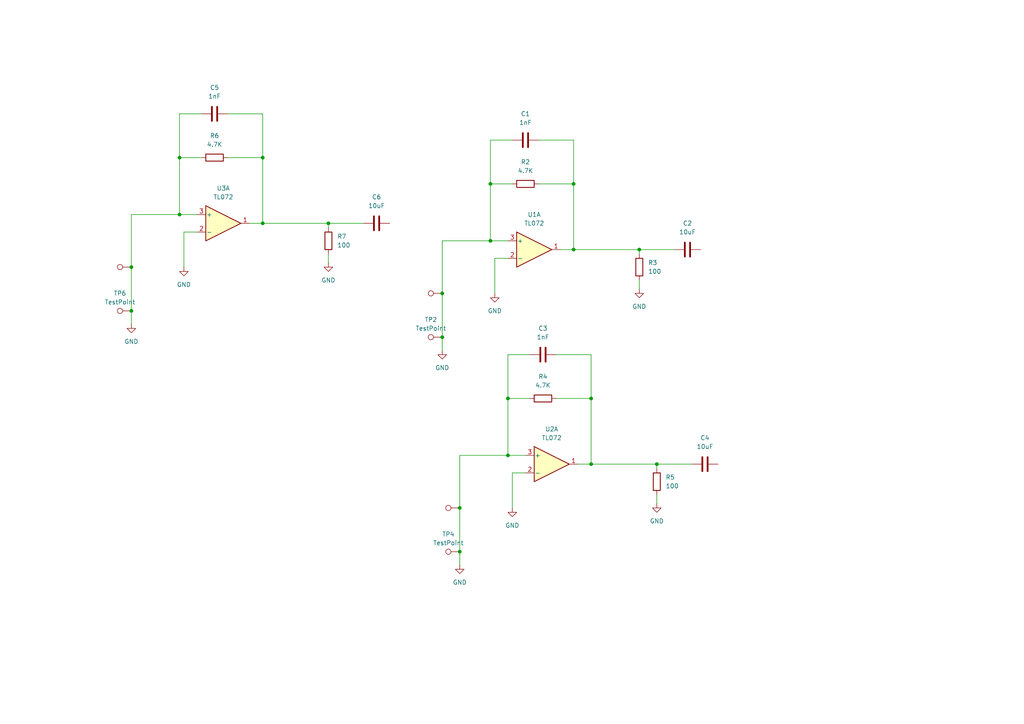
<source format=kicad_sch>
(kicad_sch
	(version 20250114)
	(generator "eeschema")
	(generator_version "9.0")
	(uuid "f412f52f-8b26-42c9-ae2d-faf383be7caf")
	(paper "A4")
	(lib_symbols
		(symbol "Amplifier_Operational:TL072"
			(pin_names
				(offset 0.127)
			)
			(exclude_from_sim no)
			(in_bom yes)
			(on_board yes)
			(property "Reference" "U"
				(at 0 5.08 0)
				(effects
					(font
						(size 1.27 1.27)
					)
					(justify left)
				)
			)
			(property "Value" "TL072"
				(at 0 -5.08 0)
				(effects
					(font
						(size 1.27 1.27)
					)
					(justify left)
				)
			)
			(property "Footprint" ""
				(at 0 0 0)
				(effects
					(font
						(size 1.27 1.27)
					)
					(hide yes)
				)
			)
			(property "Datasheet" "http://www.ti.com/lit/ds/symlink/tl071.pdf"
				(at 0 0 0)
				(effects
					(font
						(size 1.27 1.27)
					)
					(hide yes)
				)
			)
			(property "Description" "Dual Low-Noise JFET-Input Operational Amplifiers, DIP-8/SOIC-8"
				(at 0 0 0)
				(effects
					(font
						(size 1.27 1.27)
					)
					(hide yes)
				)
			)
			(property "ki_locked" ""
				(at 0 0 0)
				(effects
					(font
						(size 1.27 1.27)
					)
				)
			)
			(property "ki_keywords" "dual opamp"
				(at 0 0 0)
				(effects
					(font
						(size 1.27 1.27)
					)
					(hide yes)
				)
			)
			(property "ki_fp_filters" "SOIC*3.9x4.9mm*P1.27mm* DIP*W7.62mm* TO*99* OnSemi*Micro8* TSSOP*3x3mm*P0.65mm* TSSOP*4.4x3mm*P0.65mm* MSOP*3x3mm*P0.65mm* SSOP*3.9x4.9mm*P0.635mm* LFCSP*2x2mm*P0.5mm* *SIP* SOIC*5.3x6.2mm*P1.27mm*"
				(at 0 0 0)
				(effects
					(font
						(size 1.27 1.27)
					)
					(hide yes)
				)
			)
			(symbol "TL072_1_1"
				(polyline
					(pts
						(xy -5.08 5.08) (xy 5.08 0) (xy -5.08 -5.08) (xy -5.08 5.08)
					)
					(stroke
						(width 0.254)
						(type default)
					)
					(fill
						(type background)
					)
				)
				(pin input line
					(at -7.62 2.54 0)
					(length 2.54)
					(name "+"
						(effects
							(font
								(size 1.27 1.27)
							)
						)
					)
					(number "3"
						(effects
							(font
								(size 1.27 1.27)
							)
						)
					)
				)
				(pin input line
					(at -7.62 -2.54 0)
					(length 2.54)
					(name "-"
						(effects
							(font
								(size 1.27 1.27)
							)
						)
					)
					(number "2"
						(effects
							(font
								(size 1.27 1.27)
							)
						)
					)
				)
				(pin output line
					(at 7.62 0 180)
					(length 2.54)
					(name "~"
						(effects
							(font
								(size 1.27 1.27)
							)
						)
					)
					(number "1"
						(effects
							(font
								(size 1.27 1.27)
							)
						)
					)
				)
			)
			(symbol "TL072_2_1"
				(polyline
					(pts
						(xy -5.08 5.08) (xy 5.08 0) (xy -5.08 -5.08) (xy -5.08 5.08)
					)
					(stroke
						(width 0.254)
						(type default)
					)
					(fill
						(type background)
					)
				)
				(pin input line
					(at -7.62 2.54 0)
					(length 2.54)
					(name "+"
						(effects
							(font
								(size 1.27 1.27)
							)
						)
					)
					(number "5"
						(effects
							(font
								(size 1.27 1.27)
							)
						)
					)
				)
				(pin input line
					(at -7.62 -2.54 0)
					(length 2.54)
					(name "-"
						(effects
							(font
								(size 1.27 1.27)
							)
						)
					)
					(number "6"
						(effects
							(font
								(size 1.27 1.27)
							)
						)
					)
				)
				(pin output line
					(at 7.62 0 180)
					(length 2.54)
					(name "~"
						(effects
							(font
								(size 1.27 1.27)
							)
						)
					)
					(number "7"
						(effects
							(font
								(size 1.27 1.27)
							)
						)
					)
				)
			)
			(symbol "TL072_3_1"
				(pin power_in line
					(at -2.54 7.62 270)
					(length 3.81)
					(name "V+"
						(effects
							(font
								(size 1.27 1.27)
							)
						)
					)
					(number "8"
						(effects
							(font
								(size 1.27 1.27)
							)
						)
					)
				)
				(pin power_in line
					(at -2.54 -7.62 90)
					(length 3.81)
					(name "V-"
						(effects
							(font
								(size 1.27 1.27)
							)
						)
					)
					(number "4"
						(effects
							(font
								(size 1.27 1.27)
							)
						)
					)
				)
			)
			(embedded_fonts no)
		)
		(symbol "Connector:TestPoint"
			(pin_numbers
				(hide yes)
			)
			(pin_names
				(offset 0.762)
				(hide yes)
			)
			(exclude_from_sim no)
			(in_bom yes)
			(on_board yes)
			(property "Reference" "TP"
				(at 0 6.858 0)
				(effects
					(font
						(size 1.27 1.27)
					)
				)
			)
			(property "Value" "TestPoint"
				(at 0 5.08 0)
				(effects
					(font
						(size 1.27 1.27)
					)
				)
			)
			(property "Footprint" ""
				(at 5.08 0 0)
				(effects
					(font
						(size 1.27 1.27)
					)
					(hide yes)
				)
			)
			(property "Datasheet" "~"
				(at 5.08 0 0)
				(effects
					(font
						(size 1.27 1.27)
					)
					(hide yes)
				)
			)
			(property "Description" "test point"
				(at 0 0 0)
				(effects
					(font
						(size 1.27 1.27)
					)
					(hide yes)
				)
			)
			(property "ki_keywords" "test point tp"
				(at 0 0 0)
				(effects
					(font
						(size 1.27 1.27)
					)
					(hide yes)
				)
			)
			(property "ki_fp_filters" "Pin* Test*"
				(at 0 0 0)
				(effects
					(font
						(size 1.27 1.27)
					)
					(hide yes)
				)
			)
			(symbol "TestPoint_0_1"
				(circle
					(center 0 3.302)
					(radius 0.762)
					(stroke
						(width 0)
						(type default)
					)
					(fill
						(type none)
					)
				)
			)
			(symbol "TestPoint_1_1"
				(pin passive line
					(at 0 0 90)
					(length 2.54)
					(name "1"
						(effects
							(font
								(size 1.27 1.27)
							)
						)
					)
					(number "1"
						(effects
							(font
								(size 1.27 1.27)
							)
						)
					)
				)
			)
			(embedded_fonts no)
		)
		(symbol "Device:C"
			(pin_numbers
				(hide yes)
			)
			(pin_names
				(offset 0.254)
			)
			(exclude_from_sim no)
			(in_bom yes)
			(on_board yes)
			(property "Reference" "C"
				(at 0.635 2.54 0)
				(effects
					(font
						(size 1.27 1.27)
					)
					(justify left)
				)
			)
			(property "Value" "C"
				(at 0.635 -2.54 0)
				(effects
					(font
						(size 1.27 1.27)
					)
					(justify left)
				)
			)
			(property "Footprint" ""
				(at 0.9652 -3.81 0)
				(effects
					(font
						(size 1.27 1.27)
					)
					(hide yes)
				)
			)
			(property "Datasheet" "~"
				(at 0 0 0)
				(effects
					(font
						(size 1.27 1.27)
					)
					(hide yes)
				)
			)
			(property "Description" "Unpolarized capacitor"
				(at 0 0 0)
				(effects
					(font
						(size 1.27 1.27)
					)
					(hide yes)
				)
			)
			(property "ki_keywords" "cap capacitor"
				(at 0 0 0)
				(effects
					(font
						(size 1.27 1.27)
					)
					(hide yes)
				)
			)
			(property "ki_fp_filters" "C_*"
				(at 0 0 0)
				(effects
					(font
						(size 1.27 1.27)
					)
					(hide yes)
				)
			)
			(symbol "C_0_1"
				(polyline
					(pts
						(xy -2.032 0.762) (xy 2.032 0.762)
					)
					(stroke
						(width 0.508)
						(type default)
					)
					(fill
						(type none)
					)
				)
				(polyline
					(pts
						(xy -2.032 -0.762) (xy 2.032 -0.762)
					)
					(stroke
						(width 0.508)
						(type default)
					)
					(fill
						(type none)
					)
				)
			)
			(symbol "C_1_1"
				(pin passive line
					(at 0 3.81 270)
					(length 2.794)
					(name "~"
						(effects
							(font
								(size 1.27 1.27)
							)
						)
					)
					(number "1"
						(effects
							(font
								(size 1.27 1.27)
							)
						)
					)
				)
				(pin passive line
					(at 0 -3.81 90)
					(length 2.794)
					(name "~"
						(effects
							(font
								(size 1.27 1.27)
							)
						)
					)
					(number "2"
						(effects
							(font
								(size 1.27 1.27)
							)
						)
					)
				)
			)
			(embedded_fonts no)
		)
		(symbol "Device:R"
			(pin_numbers
				(hide yes)
			)
			(pin_names
				(offset 0)
			)
			(exclude_from_sim no)
			(in_bom yes)
			(on_board yes)
			(property "Reference" "R"
				(at 2.032 0 90)
				(effects
					(font
						(size 1.27 1.27)
					)
				)
			)
			(property "Value" "R"
				(at 0 0 90)
				(effects
					(font
						(size 1.27 1.27)
					)
				)
			)
			(property "Footprint" ""
				(at -1.778 0 90)
				(effects
					(font
						(size 1.27 1.27)
					)
					(hide yes)
				)
			)
			(property "Datasheet" "~"
				(at 0 0 0)
				(effects
					(font
						(size 1.27 1.27)
					)
					(hide yes)
				)
			)
			(property "Description" "Resistor"
				(at 0 0 0)
				(effects
					(font
						(size 1.27 1.27)
					)
					(hide yes)
				)
			)
			(property "ki_keywords" "R res resistor"
				(at 0 0 0)
				(effects
					(font
						(size 1.27 1.27)
					)
					(hide yes)
				)
			)
			(property "ki_fp_filters" "R_*"
				(at 0 0 0)
				(effects
					(font
						(size 1.27 1.27)
					)
					(hide yes)
				)
			)
			(symbol "R_0_1"
				(rectangle
					(start -1.016 -2.54)
					(end 1.016 2.54)
					(stroke
						(width 0.254)
						(type default)
					)
					(fill
						(type none)
					)
				)
			)
			(symbol "R_1_1"
				(pin passive line
					(at 0 3.81 270)
					(length 1.27)
					(name "~"
						(effects
							(font
								(size 1.27 1.27)
							)
						)
					)
					(number "1"
						(effects
							(font
								(size 1.27 1.27)
							)
						)
					)
				)
				(pin passive line
					(at 0 -3.81 90)
					(length 1.27)
					(name "~"
						(effects
							(font
								(size 1.27 1.27)
							)
						)
					)
					(number "2"
						(effects
							(font
								(size 1.27 1.27)
							)
						)
					)
				)
			)
			(embedded_fonts no)
		)
		(symbol "power:GND"
			(power)
			(pin_numbers
				(hide yes)
			)
			(pin_names
				(offset 0)
				(hide yes)
			)
			(exclude_from_sim no)
			(in_bom yes)
			(on_board yes)
			(property "Reference" "#PWR"
				(at 0 -6.35 0)
				(effects
					(font
						(size 1.27 1.27)
					)
					(hide yes)
				)
			)
			(property "Value" "GND"
				(at 0 -3.81 0)
				(effects
					(font
						(size 1.27 1.27)
					)
				)
			)
			(property "Footprint" ""
				(at 0 0 0)
				(effects
					(font
						(size 1.27 1.27)
					)
					(hide yes)
				)
			)
			(property "Datasheet" ""
				(at 0 0 0)
				(effects
					(font
						(size 1.27 1.27)
					)
					(hide yes)
				)
			)
			(property "Description" "Power symbol creates a global label with name \"GND\" , ground"
				(at 0 0 0)
				(effects
					(font
						(size 1.27 1.27)
					)
					(hide yes)
				)
			)
			(property "ki_keywords" "global power"
				(at 0 0 0)
				(effects
					(font
						(size 1.27 1.27)
					)
					(hide yes)
				)
			)
			(symbol "GND_0_1"
				(polyline
					(pts
						(xy 0 0) (xy 0 -1.27) (xy 1.27 -1.27) (xy 0 -2.54) (xy -1.27 -1.27) (xy 0 -1.27)
					)
					(stroke
						(width 0)
						(type default)
					)
					(fill
						(type none)
					)
				)
			)
			(symbol "GND_1_1"
				(pin power_in line
					(at 0 0 270)
					(length 0)
					(name "~"
						(effects
							(font
								(size 1.27 1.27)
							)
						)
					)
					(number "1"
						(effects
							(font
								(size 1.27 1.27)
							)
						)
					)
				)
			)
			(embedded_fonts no)
		)
	)
	(junction
		(at 95.25 64.77)
		(diameter 0)
		(color 0 0 0 0)
		(uuid "0ce9e0d4-bbcb-414f-9a4e-cdde9037f512")
	)
	(junction
		(at 133.35 160.02)
		(diameter 0)
		(color 0 0 0 0)
		(uuid "29b011f7-2fe2-446b-8ba3-7b6a43a7c11d")
	)
	(junction
		(at 76.2 64.77)
		(diameter 0)
		(color 0 0 0 0)
		(uuid "29dafc02-dd0c-4fb3-ae1c-63aab0fe6b48")
	)
	(junction
		(at 38.1 77.47)
		(diameter 0)
		(color 0 0 0 0)
		(uuid "39182ec4-06fc-42e1-b768-835d0b4a469e")
	)
	(junction
		(at 171.45 134.62)
		(diameter 0)
		(color 0 0 0 0)
		(uuid "4d6baea6-ae0e-45e5-a923-f16540f90c96")
	)
	(junction
		(at 147.32 132.08)
		(diameter 0)
		(color 0 0 0 0)
		(uuid "50a97645-c43a-44be-bd3e-52e7a5e70f44")
	)
	(junction
		(at 166.37 53.34)
		(diameter 0)
		(color 0 0 0 0)
		(uuid "57989830-92e5-403f-9ee9-18633bd28534")
	)
	(junction
		(at 133.35 147.32)
		(diameter 0)
		(color 0 0 0 0)
		(uuid "59ad3b6e-d5b3-4bb8-98e6-d0ff55e5938c")
	)
	(junction
		(at 171.45 115.57)
		(diameter 0)
		(color 0 0 0 0)
		(uuid "63809023-01b8-4ea7-a722-2f2491b91390")
	)
	(junction
		(at 52.07 45.72)
		(diameter 0)
		(color 0 0 0 0)
		(uuid "6e2ec161-3e98-4c69-9e65-9ad37274d5a6")
	)
	(junction
		(at 128.27 97.79)
		(diameter 0)
		(color 0 0 0 0)
		(uuid "83ed30b4-6587-481f-ba3c-b9e3a49a4c1a")
	)
	(junction
		(at 190.5 134.62)
		(diameter 0)
		(color 0 0 0 0)
		(uuid "8e39755e-4c73-4f8d-96e9-2a3fd2b5f8e3")
	)
	(junction
		(at 128.27 85.09)
		(diameter 0)
		(color 0 0 0 0)
		(uuid "93a01e8a-ae63-4183-b7e6-b56d924058b5")
	)
	(junction
		(at 166.37 72.39)
		(diameter 0)
		(color 0 0 0 0)
		(uuid "99c67dce-50cc-487b-aab9-e8e0ea9f52b2")
	)
	(junction
		(at 142.24 69.85)
		(diameter 0)
		(color 0 0 0 0)
		(uuid "ade17c7a-bdba-471f-838a-825b1865fe51")
	)
	(junction
		(at 52.07 62.23)
		(diameter 0)
		(color 0 0 0 0)
		(uuid "b42fae97-0517-40ad-8fbc-9aad29f84368")
	)
	(junction
		(at 38.1 90.17)
		(diameter 0)
		(color 0 0 0 0)
		(uuid "c18799db-126b-4f81-965b-58509419c680")
	)
	(junction
		(at 147.32 115.57)
		(diameter 0)
		(color 0 0 0 0)
		(uuid "cc8a6ffe-bd34-487b-8067-1db99862a4f6")
	)
	(junction
		(at 142.24 53.34)
		(diameter 0)
		(color 0 0 0 0)
		(uuid "cd8a3782-44a1-43b6-a34f-9d11b94c1240")
	)
	(junction
		(at 185.42 72.39)
		(diameter 0)
		(color 0 0 0 0)
		(uuid "cf621852-d245-47c9-9f9c-73f998eca17f")
	)
	(junction
		(at 76.2 45.72)
		(diameter 0)
		(color 0 0 0 0)
		(uuid "f842a124-39eb-43db-a986-4a52397c02f5")
	)
	(wire
		(pts
			(xy 161.29 115.57) (xy 171.45 115.57)
		)
		(stroke
			(width 0)
			(type default)
		)
		(uuid "01897564-a340-442b-8754-fc6259edfc90")
	)
	(wire
		(pts
			(xy 148.59 40.64) (xy 142.24 40.64)
		)
		(stroke
			(width 0)
			(type default)
		)
		(uuid "03085c34-8bf0-4378-a48b-5b542b6dc2a7")
	)
	(wire
		(pts
			(xy 147.32 132.08) (xy 147.32 115.57)
		)
		(stroke
			(width 0)
			(type default)
		)
		(uuid "0912fd04-5fe4-4123-9842-7ddac2a73b21")
	)
	(wire
		(pts
			(xy 161.29 102.87) (xy 171.45 102.87)
		)
		(stroke
			(width 0)
			(type default)
		)
		(uuid "17f7454f-f673-45bf-89ba-0dfe06db43e6")
	)
	(wire
		(pts
			(xy 166.37 72.39) (xy 185.42 72.39)
		)
		(stroke
			(width 0)
			(type default)
		)
		(uuid "18724e89-a386-4798-af9a-3515ad694d93")
	)
	(wire
		(pts
			(xy 76.2 64.77) (xy 72.39 64.77)
		)
		(stroke
			(width 0)
			(type default)
		)
		(uuid "1c380963-2bd7-44de-a2d8-3ad5be01c176")
	)
	(wire
		(pts
			(xy 171.45 134.62) (xy 190.5 134.62)
		)
		(stroke
			(width 0)
			(type default)
		)
		(uuid "23555c0a-b2e9-4945-a793-9ab6746b79e8")
	)
	(wire
		(pts
			(xy 95.25 64.77) (xy 105.41 64.77)
		)
		(stroke
			(width 0)
			(type default)
		)
		(uuid "26bb10cd-c2f9-46a4-b4f6-0c2e42a77ce1")
	)
	(wire
		(pts
			(xy 76.2 45.72) (xy 76.2 64.77)
		)
		(stroke
			(width 0)
			(type default)
		)
		(uuid "27d86e27-c739-427b-b2a0-d646551313e1")
	)
	(wire
		(pts
			(xy 38.1 62.23) (xy 52.07 62.23)
		)
		(stroke
			(width 0)
			(type default)
		)
		(uuid "288b8b98-078b-4679-b0a1-54f5bce41c04")
	)
	(wire
		(pts
			(xy 147.32 115.57) (xy 153.67 115.57)
		)
		(stroke
			(width 0)
			(type default)
		)
		(uuid "2b60d6fc-6fc2-4c4b-8760-cdcc3e1f4036")
	)
	(wire
		(pts
			(xy 185.42 81.28) (xy 185.42 83.82)
		)
		(stroke
			(width 0)
			(type default)
		)
		(uuid "375dfa58-1caf-498d-9e3b-cea2c7020e42")
	)
	(wire
		(pts
			(xy 142.24 53.34) (xy 148.59 53.34)
		)
		(stroke
			(width 0)
			(type default)
		)
		(uuid "3aae68eb-bf1f-4f02-b7c4-f3eefd4d9426")
	)
	(wire
		(pts
			(xy 171.45 134.62) (xy 167.64 134.62)
		)
		(stroke
			(width 0)
			(type default)
		)
		(uuid "3bb4d42a-ce74-4afc-9548-5f190d637cf9")
	)
	(wire
		(pts
			(xy 57.15 67.31) (xy 53.34 67.31)
		)
		(stroke
			(width 0)
			(type default)
		)
		(uuid "42792345-b553-4300-ad46-6f5eb8643502")
	)
	(wire
		(pts
			(xy 52.07 33.02) (xy 52.07 45.72)
		)
		(stroke
			(width 0)
			(type default)
		)
		(uuid "446ab39a-a7af-4d91-b34f-ae48130496bc")
	)
	(wire
		(pts
			(xy 171.45 115.57) (xy 171.45 102.87)
		)
		(stroke
			(width 0)
			(type default)
		)
		(uuid "455d62f6-e1b5-40cf-bed6-f76d1d4e8ceb")
	)
	(wire
		(pts
			(xy 142.24 40.64) (xy 142.24 53.34)
		)
		(stroke
			(width 0)
			(type default)
		)
		(uuid "47630851-33f9-469c-b34c-a8166f9c21d0")
	)
	(wire
		(pts
			(xy 95.25 73.66) (xy 95.25 76.2)
		)
		(stroke
			(width 0)
			(type default)
		)
		(uuid "4b3a39bd-78cd-4c85-94f8-72e5db1b0988")
	)
	(wire
		(pts
			(xy 166.37 53.34) (xy 166.37 72.39)
		)
		(stroke
			(width 0)
			(type default)
		)
		(uuid "4c987e72-f4f6-496f-85e4-653de7a02467")
	)
	(wire
		(pts
			(xy 95.25 64.77) (xy 95.25 66.04)
		)
		(stroke
			(width 0)
			(type default)
		)
		(uuid "5a1330ca-e731-4873-8df0-776aca655d3b")
	)
	(wire
		(pts
			(xy 142.24 69.85) (xy 147.32 69.85)
		)
		(stroke
			(width 0)
			(type default)
		)
		(uuid "5af44e4f-1902-46cc-b073-99d8b7d038ae")
	)
	(wire
		(pts
			(xy 133.35 147.32) (xy 133.35 160.02)
		)
		(stroke
			(width 0)
			(type default)
		)
		(uuid "5e449348-e784-4481-8ebf-871b730a0fc5")
	)
	(wire
		(pts
			(xy 128.27 85.09) (xy 128.27 97.79)
		)
		(stroke
			(width 0)
			(type default)
		)
		(uuid "60f959cc-239f-424d-9cff-5ab117d8f445")
	)
	(wire
		(pts
			(xy 147.32 132.08) (xy 152.4 132.08)
		)
		(stroke
			(width 0)
			(type default)
		)
		(uuid "680c4d58-5db2-4ffd-a8ad-812dd19bc2d7")
	)
	(wire
		(pts
			(xy 156.21 40.64) (xy 166.37 40.64)
		)
		(stroke
			(width 0)
			(type default)
		)
		(uuid "68b625f1-f482-4ecf-b7c4-6e04582eca28")
	)
	(wire
		(pts
			(xy 52.07 62.23) (xy 52.07 45.72)
		)
		(stroke
			(width 0)
			(type default)
		)
		(uuid "6f96e128-848e-460d-9a40-e3c54bbb4ab7")
	)
	(wire
		(pts
			(xy 185.42 72.39) (xy 195.58 72.39)
		)
		(stroke
			(width 0)
			(type default)
		)
		(uuid "6fcc3244-fca1-4cb6-9c47-15c5ab1c6c94")
	)
	(wire
		(pts
			(xy 171.45 115.57) (xy 171.45 134.62)
		)
		(stroke
			(width 0)
			(type default)
		)
		(uuid "7251ae0d-72f1-4570-9948-cdbff5bce0f4")
	)
	(wire
		(pts
			(xy 52.07 45.72) (xy 58.42 45.72)
		)
		(stroke
			(width 0)
			(type default)
		)
		(uuid "7803b00e-7c71-47d0-961a-52f659aca29a")
	)
	(wire
		(pts
			(xy 53.34 67.31) (xy 53.34 77.47)
		)
		(stroke
			(width 0)
			(type default)
		)
		(uuid "79fb755c-bdbc-4376-8c3a-33a9f120d4db")
	)
	(wire
		(pts
			(xy 142.24 69.85) (xy 142.24 53.34)
		)
		(stroke
			(width 0)
			(type default)
		)
		(uuid "7f7c2cf9-774c-4b59-b204-62e769d1ef7c")
	)
	(wire
		(pts
			(xy 133.35 132.08) (xy 133.35 147.32)
		)
		(stroke
			(width 0)
			(type default)
		)
		(uuid "83edf148-947c-4b6b-a2ce-0935ca1d36e1")
	)
	(wire
		(pts
			(xy 166.37 72.39) (xy 162.56 72.39)
		)
		(stroke
			(width 0)
			(type default)
		)
		(uuid "859690fe-3a38-4d85-a7d7-56ce6b26773c")
	)
	(wire
		(pts
			(xy 190.5 134.62) (xy 190.5 135.89)
		)
		(stroke
			(width 0)
			(type default)
		)
		(uuid "86675aab-90ac-44d3-80f2-210a512ba34a")
	)
	(wire
		(pts
			(xy 128.27 97.79) (xy 128.27 101.6)
		)
		(stroke
			(width 0)
			(type default)
		)
		(uuid "87bbe539-c01f-4c7a-8ea0-a73607e33f8e")
	)
	(wire
		(pts
			(xy 58.42 33.02) (xy 52.07 33.02)
		)
		(stroke
			(width 0)
			(type default)
		)
		(uuid "8c3d06c5-80e0-498e-95c9-f09c5e4081fa")
	)
	(wire
		(pts
			(xy 190.5 134.62) (xy 200.66 134.62)
		)
		(stroke
			(width 0)
			(type default)
		)
		(uuid "968849db-7231-416f-91ac-77d45ab2743c")
	)
	(wire
		(pts
			(xy 185.42 72.39) (xy 185.42 73.66)
		)
		(stroke
			(width 0)
			(type default)
		)
		(uuid "9cf13330-bbcf-46f0-83d4-b81b02c074fd")
	)
	(wire
		(pts
			(xy 38.1 62.23) (xy 38.1 77.47)
		)
		(stroke
			(width 0)
			(type default)
		)
		(uuid "9dce8b6b-ad7d-4c23-b410-af7d9e48e77b")
	)
	(wire
		(pts
			(xy 148.59 137.16) (xy 148.59 147.32)
		)
		(stroke
			(width 0)
			(type default)
		)
		(uuid "ab3568df-b61f-4f65-8c00-4fce5ec41cba")
	)
	(wire
		(pts
			(xy 147.32 102.87) (xy 147.32 115.57)
		)
		(stroke
			(width 0)
			(type default)
		)
		(uuid "ab8b6b7f-a40f-4de1-b10c-de63626ab6f6")
	)
	(wire
		(pts
			(xy 190.5 143.51) (xy 190.5 146.05)
		)
		(stroke
			(width 0)
			(type default)
		)
		(uuid "b28bf288-711e-4433-ab2b-85f64ba337ee")
	)
	(wire
		(pts
			(xy 66.04 33.02) (xy 76.2 33.02)
		)
		(stroke
			(width 0)
			(type default)
		)
		(uuid "b6188d73-dbac-4865-a9d9-05fd86c77940")
	)
	(wire
		(pts
			(xy 147.32 74.93) (xy 143.51 74.93)
		)
		(stroke
			(width 0)
			(type default)
		)
		(uuid "b67bd89b-bc98-4fd2-963b-c1d0113e1889")
	)
	(wire
		(pts
			(xy 166.37 53.34) (xy 166.37 40.64)
		)
		(stroke
			(width 0)
			(type default)
		)
		(uuid "c5428d9e-5822-46c9-8b40-9b206c0381bb")
	)
	(wire
		(pts
			(xy 156.21 53.34) (xy 166.37 53.34)
		)
		(stroke
			(width 0)
			(type default)
		)
		(uuid "c71fc318-cf0e-43e0-a752-33e3da7a535c")
	)
	(wire
		(pts
			(xy 38.1 77.47) (xy 38.1 90.17)
		)
		(stroke
			(width 0)
			(type default)
		)
		(uuid "cd9f414c-563e-4a62-aabd-18459c88a2aa")
	)
	(wire
		(pts
			(xy 152.4 137.16) (xy 148.59 137.16)
		)
		(stroke
			(width 0)
			(type default)
		)
		(uuid "ce4339c8-fbf6-418c-aff9-f4e276bae321")
	)
	(wire
		(pts
			(xy 153.67 102.87) (xy 147.32 102.87)
		)
		(stroke
			(width 0)
			(type default)
		)
		(uuid "d34886f7-24dd-4b82-aecf-6d71601dec1d")
	)
	(wire
		(pts
			(xy 128.27 69.85) (xy 142.24 69.85)
		)
		(stroke
			(width 0)
			(type default)
		)
		(uuid "d7262ce6-50fa-4421-9494-27afda494d56")
	)
	(wire
		(pts
			(xy 133.35 160.02) (xy 133.35 163.83)
		)
		(stroke
			(width 0)
			(type default)
		)
		(uuid "dba88d1a-9105-4f50-adb3-a6861af2f2f8")
	)
	(wire
		(pts
			(xy 143.51 74.93) (xy 143.51 85.09)
		)
		(stroke
			(width 0)
			(type default)
		)
		(uuid "de91b158-f430-4894-a54f-e81c5fcf90c8")
	)
	(wire
		(pts
			(xy 76.2 64.77) (xy 95.25 64.77)
		)
		(stroke
			(width 0)
			(type default)
		)
		(uuid "ed47731e-1944-4669-af10-f4fdde35e7d5")
	)
	(wire
		(pts
			(xy 66.04 45.72) (xy 76.2 45.72)
		)
		(stroke
			(width 0)
			(type default)
		)
		(uuid "f085dd66-6c96-4257-9489-66947e92d4b3")
	)
	(wire
		(pts
			(xy 76.2 45.72) (xy 76.2 33.02)
		)
		(stroke
			(width 0)
			(type default)
		)
		(uuid "f523f36b-fdf6-4387-a905-77401be2706a")
	)
	(wire
		(pts
			(xy 38.1 90.17) (xy 38.1 93.98)
		)
		(stroke
			(width 0)
			(type default)
		)
		(uuid "f6f13829-7004-4ebe-837e-a8f00a028e3d")
	)
	(wire
		(pts
			(xy 52.07 62.23) (xy 57.15 62.23)
		)
		(stroke
			(width 0)
			(type default)
		)
		(uuid "f9ae17aa-e18f-4395-afcb-d7ad4729f3f9")
	)
	(wire
		(pts
			(xy 128.27 69.85) (xy 128.27 85.09)
		)
		(stroke
			(width 0)
			(type default)
		)
		(uuid "faa868dd-b33d-4abe-be93-87c67a8da82b")
	)
	(wire
		(pts
			(xy 133.35 132.08) (xy 147.32 132.08)
		)
		(stroke
			(width 0)
			(type default)
		)
		(uuid "fe8be445-1af5-4c85-bebb-651717d8fa0f")
	)
	(symbol
		(lib_id "Connector:TestPoint")
		(at 38.1 90.17 90)
		(unit 1)
		(exclude_from_sim no)
		(in_bom yes)
		(on_board yes)
		(dnp no)
		(fields_autoplaced yes)
		(uuid "0512eb27-78d5-4f30-b5ee-fb4498aee7e7")
		(property "Reference" "TP6"
			(at 34.798 85.09 90)
			(effects
				(font
					(size 1.27 1.27)
				)
			)
		)
		(property "Value" "TestPoint"
			(at 34.798 87.63 90)
			(effects
				(font
					(size 1.27 1.27)
				)
			)
		)
		(property "Footprint" ""
			(at 38.1 85.09 0)
			(effects
				(font
					(size 1.27 1.27)
				)
				(hide yes)
			)
		)
		(property "Datasheet" "~"
			(at 38.1 85.09 0)
			(effects
				(font
					(size 1.27 1.27)
				)
				(hide yes)
			)
		)
		(property "Description" "test point"
			(at 38.1 90.17 0)
			(effects
				(font
					(size 1.27 1.27)
				)
				(hide yes)
			)
		)
		(pin "1"
			(uuid "e395a780-f143-472e-9a4d-26d8b136f282")
		)
		(instances
			(project "Magnetometer_Amplifier"
				(path "/f412f52f-8b26-42c9-ae2d-faf383be7caf"
					(reference "TP6")
					(unit 1)
				)
			)
		)
	)
	(symbol
		(lib_id "Connector:TestPoint")
		(at 38.1 77.47 90)
		(unit 1)
		(exclude_from_sim no)
		(in_bom yes)
		(on_board yes)
		(dnp no)
		(fields_autoplaced yes)
		(uuid "089c3163-79b1-4a72-9604-7ecf9fef5088")
		(property "Reference" "TP5"
			(at 34.798 72.39 90)
			(effects
				(font
					(size 1.27 1.27)
				)
				(hide yes)
			)
		)
		(property "Value" "TestPoint"
			(at 34.798 74.93 90)
			(effects
				(font
					(size 1.27 1.27)
				)
				(hide yes)
			)
		)
		(property "Footprint" ""
			(at 38.1 72.39 0)
			(effects
				(font
					(size 1.27 1.27)
				)
				(hide yes)
			)
		)
		(property "Datasheet" "~"
			(at 38.1 72.39 0)
			(effects
				(font
					(size 1.27 1.27)
				)
				(hide yes)
			)
		)
		(property "Description" "test point"
			(at 38.1 77.47 0)
			(effects
				(font
					(size 1.27 1.27)
				)
				(hide yes)
			)
		)
		(pin "1"
			(uuid "a514be00-f957-457a-bb0a-8f552a76ac57")
		)
		(instances
			(project "Magnetometer_Amplifier"
				(path "/f412f52f-8b26-42c9-ae2d-faf383be7caf"
					(reference "TP5")
					(unit 1)
				)
			)
		)
	)
	(symbol
		(lib_id "Device:C")
		(at 204.47 134.62 270)
		(unit 1)
		(exclude_from_sim no)
		(in_bom yes)
		(on_board yes)
		(dnp no)
		(fields_autoplaced yes)
		(uuid "09f81652-795c-483c-a7e5-9803de09968d")
		(property "Reference" "C4"
			(at 204.47 127 90)
			(effects
				(font
					(size 1.27 1.27)
				)
			)
		)
		(property "Value" "10uF"
			(at 204.47 129.54 90)
			(effects
				(font
					(size 1.27 1.27)
				)
			)
		)
		(property "Footprint" ""
			(at 200.66 135.5852 0)
			(effects
				(font
					(size 1.27 1.27)
				)
				(hide yes)
			)
		)
		(property "Datasheet" "~"
			(at 204.47 134.62 0)
			(effects
				(font
					(size 1.27 1.27)
				)
				(hide yes)
			)
		)
		(property "Description" "Unpolarized capacitor"
			(at 204.47 134.62 0)
			(effects
				(font
					(size 1.27 1.27)
				)
				(hide yes)
			)
		)
		(pin "2"
			(uuid "5c906b98-acf9-48c2-9f32-a4d0d5434dde")
		)
		(pin "1"
			(uuid "e7421276-eeba-4c3c-81d5-e1bff1fff769")
		)
		(instances
			(project "Magnetometer_Amplifier"
				(path "/f412f52f-8b26-42c9-ae2d-faf383be7caf"
					(reference "C4")
					(unit 1)
				)
			)
		)
	)
	(symbol
		(lib_id "Device:R")
		(at 157.48 115.57 270)
		(unit 1)
		(exclude_from_sim no)
		(in_bom yes)
		(on_board yes)
		(dnp no)
		(fields_autoplaced yes)
		(uuid "15323f59-1d52-4def-8673-bf3cd7de87d0")
		(property "Reference" "R4"
			(at 157.48 109.22 90)
			(effects
				(font
					(size 1.27 1.27)
				)
			)
		)
		(property "Value" "4.7K"
			(at 157.48 111.76 90)
			(effects
				(font
					(size 1.27 1.27)
				)
			)
		)
		(property "Footprint" ""
			(at 157.48 113.792 90)
			(effects
				(font
					(size 1.27 1.27)
				)
				(hide yes)
			)
		)
		(property "Datasheet" "~"
			(at 157.48 115.57 0)
			(effects
				(font
					(size 1.27 1.27)
				)
				(hide yes)
			)
		)
		(property "Description" "Resistor"
			(at 157.48 115.57 0)
			(effects
				(font
					(size 1.27 1.27)
				)
				(hide yes)
			)
		)
		(pin "1"
			(uuid "1d45f4aa-bf72-4328-9674-8c9f3ae124fb")
		)
		(pin "2"
			(uuid "7c056040-3908-46fc-97a5-c89d4a306cd1")
		)
		(instances
			(project "Magnetometer_Amplifier"
				(path "/f412f52f-8b26-42c9-ae2d-faf383be7caf"
					(reference "R4")
					(unit 1)
				)
			)
		)
	)
	(symbol
		(lib_id "Amplifier_Operational:TL072")
		(at 64.77 64.77 0)
		(unit 1)
		(exclude_from_sim no)
		(in_bom yes)
		(on_board yes)
		(dnp no)
		(fields_autoplaced yes)
		(uuid "2a4ba00b-fd27-49af-8a08-9921b9a8a995")
		(property "Reference" "U3"
			(at 64.77 54.61 0)
			(effects
				(font
					(size 1.27 1.27)
				)
			)
		)
		(property "Value" "TL072"
			(at 64.77 57.15 0)
			(effects
				(font
					(size 1.27 1.27)
				)
			)
		)
		(property "Footprint" ""
			(at 64.77 64.77 0)
			(effects
				(font
					(size 1.27 1.27)
				)
				(hide yes)
			)
		)
		(property "Datasheet" "http://www.ti.com/lit/ds/symlink/tl071.pdf"
			(at 64.77 64.77 0)
			(effects
				(font
					(size 1.27 1.27)
				)
				(hide yes)
			)
		)
		(property "Description" "Dual Low-Noise JFET-Input Operational Amplifiers, DIP-8/SOIC-8"
			(at 64.77 64.77 0)
			(effects
				(font
					(size 1.27 1.27)
				)
				(hide yes)
			)
		)
		(pin "3"
			(uuid "f2e30a5b-1b17-47a9-baf7-168032d8aff3")
		)
		(pin "1"
			(uuid "7444d1f2-d476-4bdc-b0ca-a191005a63bd")
		)
		(pin "5"
			(uuid "260275ec-c248-48d5-89ef-81c234376cf7")
		)
		(pin "4"
			(uuid "ee1cf197-a577-46c4-840f-3842b3e23170")
		)
		(pin "7"
			(uuid "541096cb-e2bd-46e5-b8b8-490d07376ce1")
		)
		(pin "6"
			(uuid "99fec212-cff1-4bd5-85da-2bba97ca73a5")
		)
		(pin "8"
			(uuid "4f53c8f1-215b-4e88-994d-787bff791b0f")
		)
		(pin "2"
			(uuid "5fb1bbc6-46e6-4ddb-b6e4-044304a002d4")
		)
		(instances
			(project "Magnetometer_Amplifier"
				(path "/f412f52f-8b26-42c9-ae2d-faf383be7caf"
					(reference "U3")
					(unit 1)
				)
			)
		)
	)
	(symbol
		(lib_id "Device:C")
		(at 109.22 64.77 270)
		(unit 1)
		(exclude_from_sim no)
		(in_bom yes)
		(on_board yes)
		(dnp no)
		(fields_autoplaced yes)
		(uuid "2ab987e1-db99-45cb-9850-41f6e3c7a4c2")
		(property "Reference" "C6"
			(at 109.22 57.15 90)
			(effects
				(font
					(size 1.27 1.27)
				)
			)
		)
		(property "Value" "10uF"
			(at 109.22 59.69 90)
			(effects
				(font
					(size 1.27 1.27)
				)
			)
		)
		(property "Footprint" ""
			(at 105.41 65.7352 0)
			(effects
				(font
					(size 1.27 1.27)
				)
				(hide yes)
			)
		)
		(property "Datasheet" "~"
			(at 109.22 64.77 0)
			(effects
				(font
					(size 1.27 1.27)
				)
				(hide yes)
			)
		)
		(property "Description" "Unpolarized capacitor"
			(at 109.22 64.77 0)
			(effects
				(font
					(size 1.27 1.27)
				)
				(hide yes)
			)
		)
		(pin "2"
			(uuid "d2c31c60-03f9-4dab-9afd-2fbe63d4d877")
		)
		(pin "1"
			(uuid "dd4a105d-6d5e-4876-83c6-f2103ce09ce4")
		)
		(instances
			(project "Magnetometer_Amplifier"
				(path "/f412f52f-8b26-42c9-ae2d-faf383be7caf"
					(reference "C6")
					(unit 1)
				)
			)
		)
	)
	(symbol
		(lib_id "power:GND")
		(at 38.1 93.98 0)
		(unit 1)
		(exclude_from_sim no)
		(in_bom yes)
		(on_board yes)
		(dnp no)
		(fields_autoplaced yes)
		(uuid "2ae384e0-2fd7-456e-b550-6fa8359e0d91")
		(property "Reference" "#PWR07"
			(at 38.1 100.33 0)
			(effects
				(font
					(size 1.27 1.27)
				)
				(hide yes)
			)
		)
		(property "Value" "GND"
			(at 38.1 99.06 0)
			(effects
				(font
					(size 1.27 1.27)
				)
			)
		)
		(property "Footprint" ""
			(at 38.1 93.98 0)
			(effects
				(font
					(size 1.27 1.27)
				)
				(hide yes)
			)
		)
		(property "Datasheet" ""
			(at 38.1 93.98 0)
			(effects
				(font
					(size 1.27 1.27)
				)
				(hide yes)
			)
		)
		(property "Description" "Power symbol creates a global label with name \"GND\" , ground"
			(at 38.1 93.98 0)
			(effects
				(font
					(size 1.27 1.27)
				)
				(hide yes)
			)
		)
		(pin "1"
			(uuid "873907af-be93-48ee-b4fa-d4a6bc62c4fc")
		)
		(instances
			(project "Magnetometer_Amplifier"
				(path "/f412f52f-8b26-42c9-ae2d-faf383be7caf"
					(reference "#PWR07")
					(unit 1)
				)
			)
		)
	)
	(symbol
		(lib_id "power:GND")
		(at 95.25 76.2 0)
		(unit 1)
		(exclude_from_sim no)
		(in_bom yes)
		(on_board yes)
		(dnp no)
		(fields_autoplaced yes)
		(uuid "2fe13524-b37f-4dbf-a693-d1b713658cd5")
		(property "Reference" "#PWR09"
			(at 95.25 82.55 0)
			(effects
				(font
					(size 1.27 1.27)
				)
				(hide yes)
			)
		)
		(property "Value" "GND"
			(at 95.25 81.28 0)
			(effects
				(font
					(size 1.27 1.27)
				)
			)
		)
		(property "Footprint" ""
			(at 95.25 76.2 0)
			(effects
				(font
					(size 1.27 1.27)
				)
				(hide yes)
			)
		)
		(property "Datasheet" ""
			(at 95.25 76.2 0)
			(effects
				(font
					(size 1.27 1.27)
				)
				(hide yes)
			)
		)
		(property "Description" "Power symbol creates a global label with name \"GND\" , ground"
			(at 95.25 76.2 0)
			(effects
				(font
					(size 1.27 1.27)
				)
				(hide yes)
			)
		)
		(pin "1"
			(uuid "51eaacfd-b2f5-4b49-ad91-651b76514808")
		)
		(instances
			(project "Magnetometer_Amplifier"
				(path "/f412f52f-8b26-42c9-ae2d-faf383be7caf"
					(reference "#PWR09")
					(unit 1)
				)
			)
		)
	)
	(symbol
		(lib_id "power:GND")
		(at 143.51 85.09 0)
		(unit 1)
		(exclude_from_sim no)
		(in_bom yes)
		(on_board yes)
		(dnp no)
		(fields_autoplaced yes)
		(uuid "3a0940cc-7f5e-40c4-84a6-608fde84c15a")
		(property "Reference" "#PWR01"
			(at 143.51 91.44 0)
			(effects
				(font
					(size 1.27 1.27)
				)
				(hide yes)
			)
		)
		(property "Value" "GND"
			(at 143.51 90.17 0)
			(effects
				(font
					(size 1.27 1.27)
				)
			)
		)
		(property "Footprint" ""
			(at 143.51 85.09 0)
			(effects
				(font
					(size 1.27 1.27)
				)
				(hide yes)
			)
		)
		(property "Datasheet" ""
			(at 143.51 85.09 0)
			(effects
				(font
					(size 1.27 1.27)
				)
				(hide yes)
			)
		)
		(property "Description" "Power symbol creates a global label with name \"GND\" , ground"
			(at 143.51 85.09 0)
			(effects
				(font
					(size 1.27 1.27)
				)
				(hide yes)
			)
		)
		(pin "1"
			(uuid "97b3d603-3526-48fd-93c0-3fa2733c9f8d")
		)
		(instances
			(project ""
				(path "/f412f52f-8b26-42c9-ae2d-faf383be7caf"
					(reference "#PWR01")
					(unit 1)
				)
			)
		)
	)
	(symbol
		(lib_id "Connector:TestPoint")
		(at 133.35 147.32 90)
		(unit 1)
		(exclude_from_sim no)
		(in_bom yes)
		(on_board yes)
		(dnp no)
		(fields_autoplaced yes)
		(uuid "4ada18a5-8d33-4872-bb93-be84ee2cfd71")
		(property "Reference" "TP3"
			(at 130.048 142.24 90)
			(effects
				(font
					(size 1.27 1.27)
				)
				(hide yes)
			)
		)
		(property "Value" "TestPoint"
			(at 130.048 144.78 90)
			(effects
				(font
					(size 1.27 1.27)
				)
				(hide yes)
			)
		)
		(property "Footprint" ""
			(at 133.35 142.24 0)
			(effects
				(font
					(size 1.27 1.27)
				)
				(hide yes)
			)
		)
		(property "Datasheet" "~"
			(at 133.35 142.24 0)
			(effects
				(font
					(size 1.27 1.27)
				)
				(hide yes)
			)
		)
		(property "Description" "test point"
			(at 133.35 147.32 0)
			(effects
				(font
					(size 1.27 1.27)
				)
				(hide yes)
			)
		)
		(pin "1"
			(uuid "c39c6c8b-44b5-4797-85fd-e04e7c66a1bd")
		)
		(instances
			(project "Magnetometer_Amplifier"
				(path "/f412f52f-8b26-42c9-ae2d-faf383be7caf"
					(reference "TP3")
					(unit 1)
				)
			)
		)
	)
	(symbol
		(lib_id "Device:R")
		(at 185.42 77.47 0)
		(unit 1)
		(exclude_from_sim no)
		(in_bom yes)
		(on_board yes)
		(dnp no)
		(fields_autoplaced yes)
		(uuid "4da41bdd-89fa-4152-ab35-9f31d2ce8f49")
		(property "Reference" "R3"
			(at 187.96 76.1999 0)
			(effects
				(font
					(size 1.27 1.27)
				)
				(justify left)
			)
		)
		(property "Value" "100"
			(at 187.96 78.7399 0)
			(effects
				(font
					(size 1.27 1.27)
				)
				(justify left)
			)
		)
		(property "Footprint" ""
			(at 183.642 77.47 90)
			(effects
				(font
					(size 1.27 1.27)
				)
				(hide yes)
			)
		)
		(property "Datasheet" "~"
			(at 185.42 77.47 0)
			(effects
				(font
					(size 1.27 1.27)
				)
				(hide yes)
			)
		)
		(property "Description" "Resistor"
			(at 185.42 77.47 0)
			(effects
				(font
					(size 1.27 1.27)
				)
				(hide yes)
			)
		)
		(pin "2"
			(uuid "c42ec3ab-36f6-408b-b375-cec32ecf684c")
		)
		(pin "1"
			(uuid "9b1ccceb-dac2-44b7-99b7-1a6156f20dfa")
		)
		(instances
			(project ""
				(path "/f412f52f-8b26-42c9-ae2d-faf383be7caf"
					(reference "R3")
					(unit 1)
				)
			)
		)
	)
	(symbol
		(lib_id "power:GND")
		(at 53.34 77.47 0)
		(unit 1)
		(exclude_from_sim no)
		(in_bom yes)
		(on_board yes)
		(dnp no)
		(fields_autoplaced yes)
		(uuid "4e312d4a-4c05-4d2a-86f8-240679b5772a")
		(property "Reference" "#PWR08"
			(at 53.34 83.82 0)
			(effects
				(font
					(size 1.27 1.27)
				)
				(hide yes)
			)
		)
		(property "Value" "GND"
			(at 53.34 82.55 0)
			(effects
				(font
					(size 1.27 1.27)
				)
			)
		)
		(property "Footprint" ""
			(at 53.34 77.47 0)
			(effects
				(font
					(size 1.27 1.27)
				)
				(hide yes)
			)
		)
		(property "Datasheet" ""
			(at 53.34 77.47 0)
			(effects
				(font
					(size 1.27 1.27)
				)
				(hide yes)
			)
		)
		(property "Description" "Power symbol creates a global label with name \"GND\" , ground"
			(at 53.34 77.47 0)
			(effects
				(font
					(size 1.27 1.27)
				)
				(hide yes)
			)
		)
		(pin "1"
			(uuid "923e9540-f6a8-4ca0-8b9d-b9d64fdd2fe3")
		)
		(instances
			(project "Magnetometer_Amplifier"
				(path "/f412f52f-8b26-42c9-ae2d-faf383be7caf"
					(reference "#PWR08")
					(unit 1)
				)
			)
		)
	)
	(symbol
		(lib_id "Device:R")
		(at 62.23 45.72 270)
		(unit 1)
		(exclude_from_sim no)
		(in_bom yes)
		(on_board yes)
		(dnp no)
		(fields_autoplaced yes)
		(uuid "62febca5-1f45-4d16-ae41-b3ce5d8f3bdc")
		(property "Reference" "R6"
			(at 62.23 39.37 90)
			(effects
				(font
					(size 1.27 1.27)
				)
			)
		)
		(property "Value" "4.7K"
			(at 62.23 41.91 90)
			(effects
				(font
					(size 1.27 1.27)
				)
			)
		)
		(property "Footprint" ""
			(at 62.23 43.942 90)
			(effects
				(font
					(size 1.27 1.27)
				)
				(hide yes)
			)
		)
		(property "Datasheet" "~"
			(at 62.23 45.72 0)
			(effects
				(font
					(size 1.27 1.27)
				)
				(hide yes)
			)
		)
		(property "Description" "Resistor"
			(at 62.23 45.72 0)
			(effects
				(font
					(size 1.27 1.27)
				)
				(hide yes)
			)
		)
		(pin "1"
			(uuid "957ed834-766f-40bc-a4fd-4c1c51f74d6a")
		)
		(pin "2"
			(uuid "a6c55fe6-37b5-405a-b854-128e2ca59b89")
		)
		(instances
			(project "Magnetometer_Amplifier"
				(path "/f412f52f-8b26-42c9-ae2d-faf383be7caf"
					(reference "R6")
					(unit 1)
				)
			)
		)
	)
	(symbol
		(lib_id "Device:R")
		(at 190.5 139.7 0)
		(unit 1)
		(exclude_from_sim no)
		(in_bom yes)
		(on_board yes)
		(dnp no)
		(fields_autoplaced yes)
		(uuid "6e390535-dbd5-401a-b3fa-2e76ce174bcb")
		(property "Reference" "R5"
			(at 193.04 138.4299 0)
			(effects
				(font
					(size 1.27 1.27)
				)
				(justify left)
			)
		)
		(property "Value" "100"
			(at 193.04 140.9699 0)
			(effects
				(font
					(size 1.27 1.27)
				)
				(justify left)
			)
		)
		(property "Footprint" ""
			(at 188.722 139.7 90)
			(effects
				(font
					(size 1.27 1.27)
				)
				(hide yes)
			)
		)
		(property "Datasheet" "~"
			(at 190.5 139.7 0)
			(effects
				(font
					(size 1.27 1.27)
				)
				(hide yes)
			)
		)
		(property "Description" "Resistor"
			(at 190.5 139.7 0)
			(effects
				(font
					(size 1.27 1.27)
				)
				(hide yes)
			)
		)
		(pin "2"
			(uuid "765f1e09-37ef-409c-8178-8807ed89a56c")
		)
		(pin "1"
			(uuid "591a1006-ec9e-4e42-b43e-55d6b1495d8c")
		)
		(instances
			(project "Magnetometer_Amplifier"
				(path "/f412f52f-8b26-42c9-ae2d-faf383be7caf"
					(reference "R5")
					(unit 1)
				)
			)
		)
	)
	(symbol
		(lib_id "Device:C")
		(at 62.23 33.02 270)
		(unit 1)
		(exclude_from_sim no)
		(in_bom yes)
		(on_board yes)
		(dnp no)
		(fields_autoplaced yes)
		(uuid "7765e868-a191-45c4-9c0f-c1e51a9075f2")
		(property "Reference" "C5"
			(at 62.23 25.4 90)
			(effects
				(font
					(size 1.27 1.27)
				)
			)
		)
		(property "Value" "1nF"
			(at 62.23 27.94 90)
			(effects
				(font
					(size 1.27 1.27)
				)
			)
		)
		(property "Footprint" ""
			(at 58.42 33.9852 0)
			(effects
				(font
					(size 1.27 1.27)
				)
				(hide yes)
			)
		)
		(property "Datasheet" "~"
			(at 62.23 33.02 0)
			(effects
				(font
					(size 1.27 1.27)
				)
				(hide yes)
			)
		)
		(property "Description" "Unpolarized capacitor"
			(at 62.23 33.02 0)
			(effects
				(font
					(size 1.27 1.27)
				)
				(hide yes)
			)
		)
		(pin "2"
			(uuid "59334ae8-2832-41cc-b5ed-e9d45cd99e1e")
		)
		(pin "1"
			(uuid "51059525-a429-45ed-96f3-b474c1835275")
		)
		(instances
			(project "Magnetometer_Amplifier"
				(path "/f412f52f-8b26-42c9-ae2d-faf383be7caf"
					(reference "C5")
					(unit 1)
				)
			)
		)
	)
	(symbol
		(lib_id "Connector:TestPoint")
		(at 128.27 85.09 90)
		(unit 1)
		(exclude_from_sim no)
		(in_bom yes)
		(on_board yes)
		(dnp no)
		(fields_autoplaced yes)
		(uuid "868351b3-f41d-4a7b-9bd6-88de5103a307")
		(property "Reference" "TP1"
			(at 124.968 80.01 90)
			(effects
				(font
					(size 1.27 1.27)
				)
				(hide yes)
			)
		)
		(property "Value" "TestPoint"
			(at 124.968 82.55 90)
			(effects
				(font
					(size 1.27 1.27)
				)
				(hide yes)
			)
		)
		(property "Footprint" ""
			(at 128.27 80.01 0)
			(effects
				(font
					(size 1.27 1.27)
				)
				(hide yes)
			)
		)
		(property "Datasheet" "~"
			(at 128.27 80.01 0)
			(effects
				(font
					(size 1.27 1.27)
				)
				(hide yes)
			)
		)
		(property "Description" "test point"
			(at 128.27 85.09 0)
			(effects
				(font
					(size 1.27 1.27)
				)
				(hide yes)
			)
		)
		(pin "1"
			(uuid "a5f71243-6578-4003-8750-4c9da0f55776")
		)
		(instances
			(project ""
				(path "/f412f52f-8b26-42c9-ae2d-faf383be7caf"
					(reference "TP1")
					(unit 1)
				)
			)
		)
	)
	(symbol
		(lib_id "Connector:TestPoint")
		(at 128.27 97.79 90)
		(unit 1)
		(exclude_from_sim no)
		(in_bom yes)
		(on_board yes)
		(dnp no)
		(fields_autoplaced yes)
		(uuid "88c3762f-a693-4bb5-8e72-67143ce73f50")
		(property "Reference" "TP2"
			(at 124.968 92.71 90)
			(effects
				(font
					(size 1.27 1.27)
				)
			)
		)
		(property "Value" "TestPoint"
			(at 124.968 95.25 90)
			(effects
				(font
					(size 1.27 1.27)
				)
			)
		)
		(property "Footprint" ""
			(at 128.27 92.71 0)
			(effects
				(font
					(size 1.27 1.27)
				)
				(hide yes)
			)
		)
		(property "Datasheet" "~"
			(at 128.27 92.71 0)
			(effects
				(font
					(size 1.27 1.27)
				)
				(hide yes)
			)
		)
		(property "Description" "test point"
			(at 128.27 97.79 0)
			(effects
				(font
					(size 1.27 1.27)
				)
				(hide yes)
			)
		)
		(pin "1"
			(uuid "da7cea2d-1000-4505-8245-5eb7e55eedf9")
		)
		(instances
			(project ""
				(path "/f412f52f-8b26-42c9-ae2d-faf383be7caf"
					(reference "TP2")
					(unit 1)
				)
			)
		)
	)
	(symbol
		(lib_id "Connector:TestPoint")
		(at 133.35 160.02 90)
		(unit 1)
		(exclude_from_sim no)
		(in_bom yes)
		(on_board yes)
		(dnp no)
		(fields_autoplaced yes)
		(uuid "8b64eba9-40b2-4787-93ac-c24fdad1fff7")
		(property "Reference" "TP4"
			(at 130.048 154.94 90)
			(effects
				(font
					(size 1.27 1.27)
				)
			)
		)
		(property "Value" "TestPoint"
			(at 130.048 157.48 90)
			(effects
				(font
					(size 1.27 1.27)
				)
			)
		)
		(property "Footprint" ""
			(at 133.35 154.94 0)
			(effects
				(font
					(size 1.27 1.27)
				)
				(hide yes)
			)
		)
		(property "Datasheet" "~"
			(at 133.35 154.94 0)
			(effects
				(font
					(size 1.27 1.27)
				)
				(hide yes)
			)
		)
		(property "Description" "test point"
			(at 133.35 160.02 0)
			(effects
				(font
					(size 1.27 1.27)
				)
				(hide yes)
			)
		)
		(pin "1"
			(uuid "f6f9c4bb-bf7c-4191-b001-932008339fc9")
		)
		(instances
			(project "Magnetometer_Amplifier"
				(path "/f412f52f-8b26-42c9-ae2d-faf383be7caf"
					(reference "TP4")
					(unit 1)
				)
			)
		)
	)
	(symbol
		(lib_id "Device:R")
		(at 95.25 69.85 0)
		(unit 1)
		(exclude_from_sim no)
		(in_bom yes)
		(on_board yes)
		(dnp no)
		(fields_autoplaced yes)
		(uuid "8f04f5f3-b6fa-41f1-a43e-d7e042529867")
		(property "Reference" "R7"
			(at 97.79 68.5799 0)
			(effects
				(font
					(size 1.27 1.27)
				)
				(justify left)
			)
		)
		(property "Value" "100"
			(at 97.79 71.1199 0)
			(effects
				(font
					(size 1.27 1.27)
				)
				(justify left)
			)
		)
		(property "Footprint" ""
			(at 93.472 69.85 90)
			(effects
				(font
					(size 1.27 1.27)
				)
				(hide yes)
			)
		)
		(property "Datasheet" "~"
			(at 95.25 69.85 0)
			(effects
				(font
					(size 1.27 1.27)
				)
				(hide yes)
			)
		)
		(property "Description" "Resistor"
			(at 95.25 69.85 0)
			(effects
				(font
					(size 1.27 1.27)
				)
				(hide yes)
			)
		)
		(pin "2"
			(uuid "54a0a18b-50f4-4208-b1e0-dca4a36210f7")
		)
		(pin "1"
			(uuid "70e735d6-c040-4f89-9281-21021ab5bb1e")
		)
		(instances
			(project "Magnetometer_Amplifier"
				(path "/f412f52f-8b26-42c9-ae2d-faf383be7caf"
					(reference "R7")
					(unit 1)
				)
			)
		)
	)
	(symbol
		(lib_id "Amplifier_Operational:TL072")
		(at 154.94 72.39 0)
		(unit 1)
		(exclude_from_sim no)
		(in_bom yes)
		(on_board yes)
		(dnp no)
		(fields_autoplaced yes)
		(uuid "960e50d6-949e-48bd-9547-c1c17590465c")
		(property "Reference" "U1"
			(at 154.94 62.23 0)
			(effects
				(font
					(size 1.27 1.27)
				)
			)
		)
		(property "Value" "TL072"
			(at 154.94 64.77 0)
			(effects
				(font
					(size 1.27 1.27)
				)
			)
		)
		(property "Footprint" ""
			(at 154.94 72.39 0)
			(effects
				(font
					(size 1.27 1.27)
				)
				(hide yes)
			)
		)
		(property "Datasheet" "http://www.ti.com/lit/ds/symlink/tl071.pdf"
			(at 154.94 72.39 0)
			(effects
				(font
					(size 1.27 1.27)
				)
				(hide yes)
			)
		)
		(property "Description" "Dual Low-Noise JFET-Input Operational Amplifiers, DIP-8/SOIC-8"
			(at 154.94 72.39 0)
			(effects
				(font
					(size 1.27 1.27)
				)
				(hide yes)
			)
		)
		(pin "3"
			(uuid "ddfb652e-1cf0-4195-b5d1-3ffd1b14a50a")
		)
		(pin "1"
			(uuid "086697a4-bca1-4b72-b9be-a8d51a77c31d")
		)
		(pin "5"
			(uuid "260275ec-c248-48d5-89ef-81c234376cf7")
		)
		(pin "4"
			(uuid "ee1cf197-a577-46c4-840f-3842b3e23170")
		)
		(pin "7"
			(uuid "541096cb-e2bd-46e5-b8b8-490d07376ce1")
		)
		(pin "6"
			(uuid "99fec212-cff1-4bd5-85da-2bba97ca73a5")
		)
		(pin "8"
			(uuid "4f53c8f1-215b-4e88-994d-787bff791b0f")
		)
		(pin "2"
			(uuid "e0f33cc3-c336-4399-a25d-2c8d5a4da177")
		)
		(instances
			(project ""
				(path "/f412f52f-8b26-42c9-ae2d-faf383be7caf"
					(reference "U1")
					(unit 1)
				)
			)
		)
	)
	(symbol
		(lib_id "Device:R")
		(at 152.4 53.34 270)
		(unit 1)
		(exclude_from_sim no)
		(in_bom yes)
		(on_board yes)
		(dnp no)
		(fields_autoplaced yes)
		(uuid "96812e32-8e5d-44a5-950d-df0b8a8ae950")
		(property "Reference" "R2"
			(at 152.4 46.99 90)
			(effects
				(font
					(size 1.27 1.27)
				)
			)
		)
		(property "Value" "4.7K"
			(at 152.4 49.53 90)
			(effects
				(font
					(size 1.27 1.27)
				)
			)
		)
		(property "Footprint" ""
			(at 152.4 51.562 90)
			(effects
				(font
					(size 1.27 1.27)
				)
				(hide yes)
			)
		)
		(property "Datasheet" "~"
			(at 152.4 53.34 0)
			(effects
				(font
					(size 1.27 1.27)
				)
				(hide yes)
			)
		)
		(property "Description" "Resistor"
			(at 152.4 53.34 0)
			(effects
				(font
					(size 1.27 1.27)
				)
				(hide yes)
			)
		)
		(pin "1"
			(uuid "ed1c440e-78cb-4529-8c17-932b6c05153f")
		)
		(pin "2"
			(uuid "732add75-2f16-4dbd-adb3-c780f15bf607")
		)
		(instances
			(project ""
				(path "/f412f52f-8b26-42c9-ae2d-faf383be7caf"
					(reference "R2")
					(unit 1)
				)
			)
		)
	)
	(symbol
		(lib_id "Device:C")
		(at 199.39 72.39 270)
		(unit 1)
		(exclude_from_sim no)
		(in_bom yes)
		(on_board yes)
		(dnp no)
		(fields_autoplaced yes)
		(uuid "bde184af-443d-4b4c-ab00-cd25cb8aaad3")
		(property "Reference" "C2"
			(at 199.39 64.77 90)
			(effects
				(font
					(size 1.27 1.27)
				)
			)
		)
		(property "Value" "10uF"
			(at 199.39 67.31 90)
			(effects
				(font
					(size 1.27 1.27)
				)
			)
		)
		(property "Footprint" ""
			(at 195.58 73.3552 0)
			(effects
				(font
					(size 1.27 1.27)
				)
				(hide yes)
			)
		)
		(property "Datasheet" "~"
			(at 199.39 72.39 0)
			(effects
				(font
					(size 1.27 1.27)
				)
				(hide yes)
			)
		)
		(property "Description" "Unpolarized capacitor"
			(at 199.39 72.39 0)
			(effects
				(font
					(size 1.27 1.27)
				)
				(hide yes)
			)
		)
		(pin "2"
			(uuid "9c9416d3-5aaf-4986-86be-d93ca76076b1")
		)
		(pin "1"
			(uuid "728594a8-6756-4df8-8367-99d1c6dd0f39")
		)
		(instances
			(project ""
				(path "/f412f52f-8b26-42c9-ae2d-faf383be7caf"
					(reference "C2")
					(unit 1)
				)
			)
		)
	)
	(symbol
		(lib_id "Device:C")
		(at 157.48 102.87 270)
		(unit 1)
		(exclude_from_sim no)
		(in_bom yes)
		(on_board yes)
		(dnp no)
		(fields_autoplaced yes)
		(uuid "c2b0e2a9-102d-49b3-9555-5dac36e3d86b")
		(property "Reference" "C3"
			(at 157.48 95.25 90)
			(effects
				(font
					(size 1.27 1.27)
				)
			)
		)
		(property "Value" "1nF"
			(at 157.48 97.79 90)
			(effects
				(font
					(size 1.27 1.27)
				)
			)
		)
		(property "Footprint" ""
			(at 153.67 103.8352 0)
			(effects
				(font
					(size 1.27 1.27)
				)
				(hide yes)
			)
		)
		(property "Datasheet" "~"
			(at 157.48 102.87 0)
			(effects
				(font
					(size 1.27 1.27)
				)
				(hide yes)
			)
		)
		(property "Description" "Unpolarized capacitor"
			(at 157.48 102.87 0)
			(effects
				(font
					(size 1.27 1.27)
				)
				(hide yes)
			)
		)
		(pin "2"
			(uuid "193c7d9c-4df0-49bf-aa48-a938444e0651")
		)
		(pin "1"
			(uuid "1c6ef972-581f-4208-9f9a-8c1a5ce14c9e")
		)
		(instances
			(project "Magnetometer_Amplifier"
				(path "/f412f52f-8b26-42c9-ae2d-faf383be7caf"
					(reference "C3")
					(unit 1)
				)
			)
		)
	)
	(symbol
		(lib_id "power:GND")
		(at 185.42 83.82 0)
		(unit 1)
		(exclude_from_sim no)
		(in_bom yes)
		(on_board yes)
		(dnp no)
		(fields_autoplaced yes)
		(uuid "c3100c31-50ae-4a06-8ff0-c228d244a893")
		(property "Reference" "#PWR03"
			(at 185.42 90.17 0)
			(effects
				(font
					(size 1.27 1.27)
				)
				(hide yes)
			)
		)
		(property "Value" "GND"
			(at 185.42 88.9 0)
			(effects
				(font
					(size 1.27 1.27)
				)
			)
		)
		(property "Footprint" ""
			(at 185.42 83.82 0)
			(effects
				(font
					(size 1.27 1.27)
				)
				(hide yes)
			)
		)
		(property "Datasheet" ""
			(at 185.42 83.82 0)
			(effects
				(font
					(size 1.27 1.27)
				)
				(hide yes)
			)
		)
		(property "Description" "Power symbol creates a global label with name \"GND\" , ground"
			(at 185.42 83.82 0)
			(effects
				(font
					(size 1.27 1.27)
				)
				(hide yes)
			)
		)
		(pin "1"
			(uuid "8a792693-02cb-49c6-a05f-bd313f2923b8")
		)
		(instances
			(project ""
				(path "/f412f52f-8b26-42c9-ae2d-faf383be7caf"
					(reference "#PWR03")
					(unit 1)
				)
			)
		)
	)
	(symbol
		(lib_id "Device:C")
		(at 152.4 40.64 270)
		(unit 1)
		(exclude_from_sim no)
		(in_bom yes)
		(on_board yes)
		(dnp no)
		(fields_autoplaced yes)
		(uuid "c75b8649-e31c-4b43-b327-6c22ff038a84")
		(property "Reference" "C1"
			(at 152.4 33.02 90)
			(effects
				(font
					(size 1.27 1.27)
				)
			)
		)
		(property "Value" "1nF"
			(at 152.4 35.56 90)
			(effects
				(font
					(size 1.27 1.27)
				)
			)
		)
		(property "Footprint" ""
			(at 148.59 41.6052 0)
			(effects
				(font
					(size 1.27 1.27)
				)
				(hide yes)
			)
		)
		(property "Datasheet" "~"
			(at 152.4 40.64 0)
			(effects
				(font
					(size 1.27 1.27)
				)
				(hide yes)
			)
		)
		(property "Description" "Unpolarized capacitor"
			(at 152.4 40.64 0)
			(effects
				(font
					(size 1.27 1.27)
				)
				(hide yes)
			)
		)
		(pin "2"
			(uuid "55badc25-77c4-43de-86a7-ee32ff7812d0")
		)
		(pin "1"
			(uuid "cbb07843-3230-4fa1-aa49-2bfdddae8dda")
		)
		(instances
			(project ""
				(path "/f412f52f-8b26-42c9-ae2d-faf383be7caf"
					(reference "C1")
					(unit 1)
				)
			)
		)
	)
	(symbol
		(lib_id "power:GND")
		(at 148.59 147.32 0)
		(unit 1)
		(exclude_from_sim no)
		(in_bom yes)
		(on_board yes)
		(dnp no)
		(fields_autoplaced yes)
		(uuid "db539389-4258-4741-9f96-012615a1a15f")
		(property "Reference" "#PWR05"
			(at 148.59 153.67 0)
			(effects
				(font
					(size 1.27 1.27)
				)
				(hide yes)
			)
		)
		(property "Value" "GND"
			(at 148.59 152.4 0)
			(effects
				(font
					(size 1.27 1.27)
				)
			)
		)
		(property "Footprint" ""
			(at 148.59 147.32 0)
			(effects
				(font
					(size 1.27 1.27)
				)
				(hide yes)
			)
		)
		(property "Datasheet" ""
			(at 148.59 147.32 0)
			(effects
				(font
					(size 1.27 1.27)
				)
				(hide yes)
			)
		)
		(property "Description" "Power symbol creates a global label with name \"GND\" , ground"
			(at 148.59 147.32 0)
			(effects
				(font
					(size 1.27 1.27)
				)
				(hide yes)
			)
		)
		(pin "1"
			(uuid "5cc04c81-d2cf-4f03-8808-759d7eaa7d73")
		)
		(instances
			(project "Magnetometer_Amplifier"
				(path "/f412f52f-8b26-42c9-ae2d-faf383be7caf"
					(reference "#PWR05")
					(unit 1)
				)
			)
		)
	)
	(symbol
		(lib_id "power:GND")
		(at 133.35 163.83 0)
		(unit 1)
		(exclude_from_sim no)
		(in_bom yes)
		(on_board yes)
		(dnp no)
		(fields_autoplaced yes)
		(uuid "e3f75559-f58d-44c2-9e4b-023c9ec8cf1d")
		(property "Reference" "#PWR04"
			(at 133.35 170.18 0)
			(effects
				(font
					(size 1.27 1.27)
				)
				(hide yes)
			)
		)
		(property "Value" "GND"
			(at 133.35 168.91 0)
			(effects
				(font
					(size 1.27 1.27)
				)
			)
		)
		(property "Footprint" ""
			(at 133.35 163.83 0)
			(effects
				(font
					(size 1.27 1.27)
				)
				(hide yes)
			)
		)
		(property "Datasheet" ""
			(at 133.35 163.83 0)
			(effects
				(font
					(size 1.27 1.27)
				)
				(hide yes)
			)
		)
		(property "Description" "Power symbol creates a global label with name \"GND\" , ground"
			(at 133.35 163.83 0)
			(effects
				(font
					(size 1.27 1.27)
				)
				(hide yes)
			)
		)
		(pin "1"
			(uuid "d3e19098-8078-49c6-8e2d-db2ffe4cb687")
		)
		(instances
			(project "Magnetometer_Amplifier"
				(path "/f412f52f-8b26-42c9-ae2d-faf383be7caf"
					(reference "#PWR04")
					(unit 1)
				)
			)
		)
	)
	(symbol
		(lib_id "power:GND")
		(at 190.5 146.05 0)
		(unit 1)
		(exclude_from_sim no)
		(in_bom yes)
		(on_board yes)
		(dnp no)
		(fields_autoplaced yes)
		(uuid "e8095a78-f41b-45ad-979b-a9dd3f899197")
		(property "Reference" "#PWR06"
			(at 190.5 152.4 0)
			(effects
				(font
					(size 1.27 1.27)
				)
				(hide yes)
			)
		)
		(property "Value" "GND"
			(at 190.5 151.13 0)
			(effects
				(font
					(size 1.27 1.27)
				)
			)
		)
		(property "Footprint" ""
			(at 190.5 146.05 0)
			(effects
				(font
					(size 1.27 1.27)
				)
				(hide yes)
			)
		)
		(property "Datasheet" ""
			(at 190.5 146.05 0)
			(effects
				(font
					(size 1.27 1.27)
				)
				(hide yes)
			)
		)
		(property "Description" "Power symbol creates a global label with name \"GND\" , ground"
			(at 190.5 146.05 0)
			(effects
				(font
					(size 1.27 1.27)
				)
				(hide yes)
			)
		)
		(pin "1"
			(uuid "7eff9f3a-30c9-4084-8029-0a148b6c1c4d")
		)
		(instances
			(project "Magnetometer_Amplifier"
				(path "/f412f52f-8b26-42c9-ae2d-faf383be7caf"
					(reference "#PWR06")
					(unit 1)
				)
			)
		)
	)
	(symbol
		(lib_id "Amplifier_Operational:TL072")
		(at 160.02 134.62 0)
		(unit 1)
		(exclude_from_sim no)
		(in_bom yes)
		(on_board yes)
		(dnp no)
		(fields_autoplaced yes)
		(uuid "ee50e442-c77e-48d6-8efa-701d268d3933")
		(property "Reference" "U2"
			(at 160.02 124.46 0)
			(effects
				(font
					(size 1.27 1.27)
				)
			)
		)
		(property "Value" "TL072"
			(at 160.02 127 0)
			(effects
				(font
					(size 1.27 1.27)
				)
			)
		)
		(property "Footprint" ""
			(at 160.02 134.62 0)
			(effects
				(font
					(size 1.27 1.27)
				)
				(hide yes)
			)
		)
		(property "Datasheet" "http://www.ti.com/lit/ds/symlink/tl071.pdf"
			(at 160.02 134.62 0)
			(effects
				(font
					(size 1.27 1.27)
				)
				(hide yes)
			)
		)
		(property "Description" "Dual Low-Noise JFET-Input Operational Amplifiers, DIP-8/SOIC-8"
			(at 160.02 134.62 0)
			(effects
				(font
					(size 1.27 1.27)
				)
				(hide yes)
			)
		)
		(pin "3"
			(uuid "3ed3bd23-e26d-4bf3-8e3d-849716521042")
		)
		(pin "1"
			(uuid "e153502c-fbe3-4b5e-be65-f033ac5d6004")
		)
		(pin "5"
			(uuid "260275ec-c248-48d5-89ef-81c234376cf7")
		)
		(pin "4"
			(uuid "ee1cf197-a577-46c4-840f-3842b3e23170")
		)
		(pin "7"
			(uuid "541096cb-e2bd-46e5-b8b8-490d07376ce1")
		)
		(pin "6"
			(uuid "99fec212-cff1-4bd5-85da-2bba97ca73a5")
		)
		(pin "8"
			(uuid "4f53c8f1-215b-4e88-994d-787bff791b0f")
		)
		(pin "2"
			(uuid "6fdc9f47-169a-42c2-9369-ec293ca367da")
		)
		(instances
			(project "Magnetometer_Amplifier"
				(path "/f412f52f-8b26-42c9-ae2d-faf383be7caf"
					(reference "U2")
					(unit 1)
				)
			)
		)
	)
	(symbol
		(lib_id "power:GND")
		(at 128.27 101.6 0)
		(unit 1)
		(exclude_from_sim no)
		(in_bom yes)
		(on_board yes)
		(dnp no)
		(fields_autoplaced yes)
		(uuid "fd1ee0c4-2e7a-4bed-85c3-24e2e7d37a0e")
		(property "Reference" "#PWR02"
			(at 128.27 107.95 0)
			(effects
				(font
					(size 1.27 1.27)
				)
				(hide yes)
			)
		)
		(property "Value" "GND"
			(at 128.27 106.68 0)
			(effects
				(font
					(size 1.27 1.27)
				)
			)
		)
		(property "Footprint" ""
			(at 128.27 101.6 0)
			(effects
				(font
					(size 1.27 1.27)
				)
				(hide yes)
			)
		)
		(property "Datasheet" ""
			(at 128.27 101.6 0)
			(effects
				(font
					(size 1.27 1.27)
				)
				(hide yes)
			)
		)
		(property "Description" "Power symbol creates a global label with name \"GND\" , ground"
			(at 128.27 101.6 0)
			(effects
				(font
					(size 1.27 1.27)
				)
				(hide yes)
			)
		)
		(pin "1"
			(uuid "ed478c6b-ed9a-41d5-8b11-3ae445d061ac")
		)
		(instances
			(project ""
				(path "/f412f52f-8b26-42c9-ae2d-faf383be7caf"
					(reference "#PWR02")
					(unit 1)
				)
			)
		)
	)
	(sheet_instances
		(path "/"
			(page "1")
		)
	)
	(embedded_fonts no)
)

</source>
